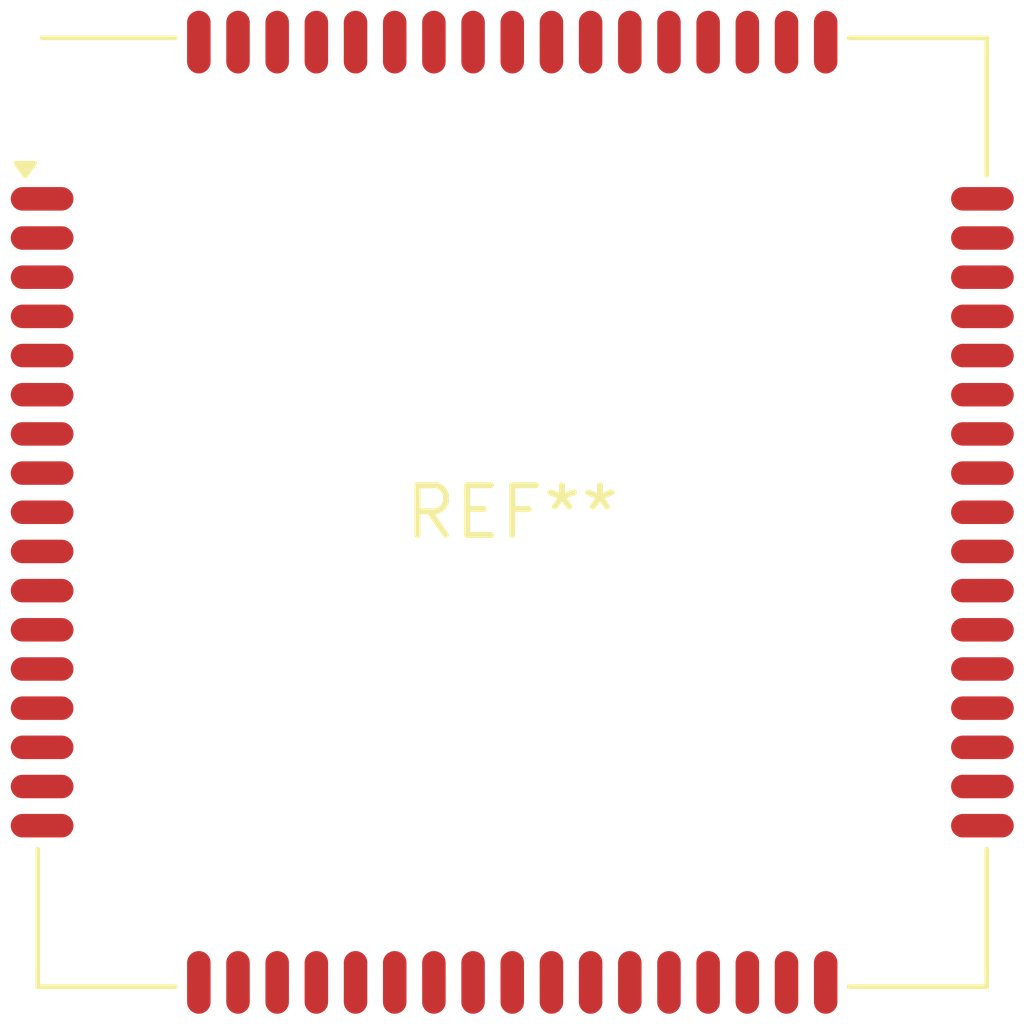
<source format=kicad_pcb>
(kicad_pcb (version 20240108) (generator pcbnew)
  (layers (0 "F.Cu" signal) (31 "B.Cu" signal) (34 "B.Paste" user) (35 "F.Paste" user) (36 "B.SilkS" user "B.Silkscreen") (37 "F.SilkS" user "F.Silkscreen") (38 "B.Mask" user) (39 "F.Mask" user) (44 "Edge.Cuts" user))
  (net 0 "")
  (footprint "SIMCom_SIM900" (layer "F.Cu") (at 0 0)
    (property "Reference" "REF**")
    (property "Value" "SIMCom_SIM900")
    (fp_line (start -12.11 8.6) (end -12.11 12.11) (layer "F.SilkS") (stroke (width 0.12)))
    (fp_line (start -12.11 12.11) (end -8.6 12.11) (layer "F.SilkS") (stroke (width 0.12)))
    (fp_line (start -12 -12.11) (end -8.6 -12.11) (layer "F.SilkS") (stroke (width 0.12)))
    (fp_line (start 8.6 -12.11) (end 12.11 -12.11) (layer "F.SilkS") (stroke (width 0.12)))
    (fp_line (start 8.6 12.11) (end 12.11 12.11) (layer "F.SilkS") (stroke (width 0.12)))
    (fp_line (start 12.11 -12.11) (end 12.11 -8.6) (layer "F.SilkS") (stroke (width 0.12)))
    (fp_line (start 12.11 8.6) (end 12.11 12.11) (layer "F.SilkS") (stroke (width 0.12)))
    (fp_poly (pts (xy -12.43 -8.58) (xy -12.67 -8.91) (xy -12.19 -8.91) (xy -12.43 -8.58)) (layer "F.SilkS") (stroke (width 0.12)) (fill solid))
    (pad "1" smd oval (at -12 -8) (size 1.6 0.6) (layers "F.Cu" "F.Paste" "F.Mask"))
    (pad "2" smd oval (at -12 -7) (size 1.6 0.6) (layers "F.Cu" "F.Paste" "F.Mask"))
    (pad "3" smd oval (at -12 -6) (size 1.6 0.6) (layers "F.Cu" "F.Paste" "F.Mask"))
    (pad "4" smd oval (at -12 -5) (size 1.6 0.6) (layers "F.Cu" "F.Paste" "F.Mask"))
    (pad "5" smd oval (at -12 -4) (size 1.6 0.6) (layers "F.Cu" "F.Paste" "F.Mask"))
    (pad "6" smd oval (at -12 -3) (size 1.6 0.6) (layers "F.Cu" "F.Paste" "F.Mask"))
    (pad "7" smd oval (at -12 -2) (size 1.6 0.6) (layers "F.Cu" "F.Paste" "F.Mask"))
    (pad "8" smd oval (at -12 -1) (size 1.6 0.6) (layers "F.Cu" "F.Paste" "F.Mask"))
    (pad "9" smd oval (at -12 0) (size 1.6 0.6) (layers "F.Cu" "F.Paste" "F.Mask"))
    (pad "10" smd oval (at -12 1) (size 1.6 0.6) (layers "F.Cu" "F.Paste" "F.Mask"))
    (pad "11" smd oval (at -12 2) (size 1.6 0.6) (layers "F.Cu" "F.Paste" "F.Mask"))
    (pad "12" smd oval (at -12 3) (size 1.6 0.6) (layers "F.Cu" "F.Paste" "F.Mask"))
    (pad "13" smd oval (at -12 4) (size 1.6 0.6) (layers "F.Cu" "F.Paste" "F.Mask"))
    (pad "14" smd oval (at -12 5) (size 1.6 0.6) (layers "F.Cu" "F.Paste" "F.Mask"))
    (pad "15" smd oval (at -12 6) (size 1.6 0.6) (layers "F.Cu" "F.Paste" "F.Mask"))
    (pad "16" smd oval (at -12 7) (size 1.6 0.6) (layers "F.Cu" "F.Paste" "F.Mask"))
    (pad "17" smd oval (at -12 8) (size 1.6 0.6) (layers "F.Cu" "F.Paste" "F.Mask"))
    (pad "18" smd oval (at -8 12) (size 0.6 1.6) (layers "F.Cu" "F.Paste" "F.Mask"))
    (pad "19" smd oval (at -7 12) (size 0.6 1.6) (layers "F.Cu" "F.Paste" "F.Mask"))
    (pad "20" smd oval (at -6 12) (size 0.6 1.6) (layers "F.Cu" "F.Paste" "F.Mask"))
    (pad "21" smd oval (at -5 12) (size 0.6 1.6) (layers "F.Cu" "F.Paste" "F.Mask"))
    (pad "22" smd oval (at -4 12) (size 0.6 1.6) (layers "F.Cu" "F.Paste" "F.Mask"))
    (pad "23" smd oval (at -3 12) (size 0.6 1.6) (layers "F.Cu" "F.Paste" "F.Mask"))
    (pad "24" smd oval (at -2 12) (size 0.6 1.6) (layers "F.Cu" "F.Paste" "F.Mask"))
    (pad "25" smd oval (at -1 12) (size 0.6 1.6) (layers "F.Cu" "F.Paste" "F.Mask"))
    (pad "26" smd oval (at 0 12) (size 0.6 1.6) (layers "F.Cu" "F.Paste" "F.Mask"))
    (pad "27" smd oval (at 1 12) (size 0.6 1.6) (layers "F.Cu" "F.Paste" "F.Mask"))
    (pad "28" smd oval (at 2 12) (size 0.6 1.6) (layers "F.Cu" "F.Paste" "F.Mask"))
    (pad "29" smd oval (at 3 12) (size 0.6 1.6) (layers "F.Cu" "F.Paste" "F.Mask"))
    (pad "30" smd oval (at 4 12) (size 0.6 1.6) (layers "F.Cu" "F.Paste" "F.Mask"))
    (pad "31" smd oval (at 5 12) (size 0.6 1.6) (layers "F.Cu" "F.Paste" "F.Mask"))
    (pad "32" smd oval (at 6 12) (size 0.6 1.6) (layers "F.Cu" "F.Paste" "F.Mask"))
    (pad "33" smd oval (at 7 12) (size 0.6 1.6) (layers "F.Cu" "F.Paste" "F.Mask"))
    (pad "34" smd oval (at 8 12) (size 0.6 1.6) (layers "F.Cu" "F.Paste" "F.Mask"))
    (pad "35" smd oval (at 12 8) (size 1.6 0.6) (layers "F.Cu" "F.Paste" "F.Mask"))
    (pad "36" smd oval (at 12 7) (size 1.6 0.6) (layers "F.Cu" "F.Paste" "F.Mask"))
    (pad "37" smd oval (at 12 6) (size 1.6 0.6) (layers "F.Cu" "F.Paste" "F.Mask"))
    (pad "38" smd oval (at 12 5) (size 1.6 0.6) (layers "F.Cu" "F.Paste" "F.Mask"))
    (pad "39" smd oval (at 12 4) (size 1.6 0.6) (layers "F.Cu" "F.Paste" "F.Mask"))
    (pad "40" smd oval (at 12 3) (size 1.6 0.6) (layers "F.Cu" "F.Paste" "F.Mask"))
    (pad "41" smd oval (at 12 2) (size 1.6 0.6) (layers "F.Cu" "F.Paste" "F.Mask"))
    (pad "42" smd oval (at 12 1) (size 1.6 0.6) (layers "F.Cu" "F.Paste" "F.Mask"))
    (pad "43" smd oval (at 12 0) (size 1.6 0.6) (layers "F.Cu" "F.Paste" "F.Mask"))
    (pad "44" smd oval (at 12 -1) (size 1.6 0.6) (layers "F.Cu" "F.Paste" "F.Mask"))
    (pad "45" smd oval (at 12 -2) (size 1.6 0.6) (layers "F.Cu" "F.Paste" "F.Mask"))
    (pad "46" smd oval (at 12 -3) (size 1.6 0.6) (layers "F.Cu" "F.Paste" "F.Mask"))
    (pad "47" smd oval (at 12 -4) (size 1.6 0.6) (layers "F.Cu" "F.Paste" "F.Mask"))
    (pad "48" smd oval (at 12 -5) (size 1.6 0.6) (layers "F.Cu" "F.Paste" "F.Mask"))
    (pad "49" smd oval (at 12 -6) (size 1.6 0.6) (layers "F.Cu" "F.Paste" "F.Mask"))
    (pad "50" smd oval (at 12 -7) (size 1.6 0.6) (layers "F.Cu" "F.Paste" "F.Mask"))
    (pad "51" smd oval (at 12 -8) (size 1.6 0.6) (layers "F.Cu" "F.Paste" "F.Mask"))
    (pad "52" smd oval (at 8 -12) (size 0.6 1.6) (layers "F.Cu" "F.Paste" "F.Mask"))
    (pad "53" smd oval (at 7 -12) (size 0.6 1.6) (layers "F.Cu" "F.Paste" "F.Mask"))
    (pad "54" smd oval (at 6 -12) (size 0.6 1.6) (layers "F.Cu" "F.Paste" "F.Mask"))
    (pad "55" smd oval (at 5 -12) (size 0.6 1.6) (layers "F.Cu" "F.Paste" "F.Mask"))
    (pad "56" smd oval (at 4 -12) (size 0.6 1.6) (layers "F.Cu" "F.Paste" "F.Mask"))
    (pad "57" smd oval (at 3 -12) (size 0.6 1.6) (layers "F.Cu" "F.Paste" "F.Mask"))
    (pad "58" smd oval (at 2 -12) (size 0.6 1.6) (layers "F.Cu" "F.Paste" "F.Mask"))
    (pad "59" smd oval (at 1 -12) (size 0.6 1.6) (layers "F.Cu" "F.Paste" "F.Mask"))
    (pad "60" smd oval (at 0 -12) (size 0.6 1.6) (layers "F.Cu" "F.Paste" "F.Mask"))
    (pad "61" smd oval (at -1 -12) (size 0.6 1.6) (layers "F.Cu" "F.Paste" "F.Mask"))
    (pad "62" smd oval (at -2 -12) (size 0.6 1.6) (layers "F.Cu" "F.Paste" "F.Mask"))
    (pad "63" smd oval (at -3 -12) (size 0.6 1.6) (layers "F.Cu" "F.Paste" "F.Mask"))
    (pad "64" smd oval (at -4 -12) (size 0.6 1.6) (layers "F.Cu" "F.Paste" "F.Mask"))
    (pad "65" smd oval (at -5 -12) (size 0.6 1.6) (layers "F.Cu" "F.Paste" "F.Mask"))
    (pad "66" smd oval (at -6 -12) (size 0.6 1.6) (layers "F.Cu" "F.Paste" "F.Mask"))
    (pad "67" smd oval (at -7 -12) (size 0.6 1.6) (layers "F.Cu" "F.Paste" "F.Mask"))
    (pad "68" smd oval (at -8 -12) (size 0.6 1.6) (layers "F.Cu" "F.Paste" "F.Mask"))
  )
)
</source>
